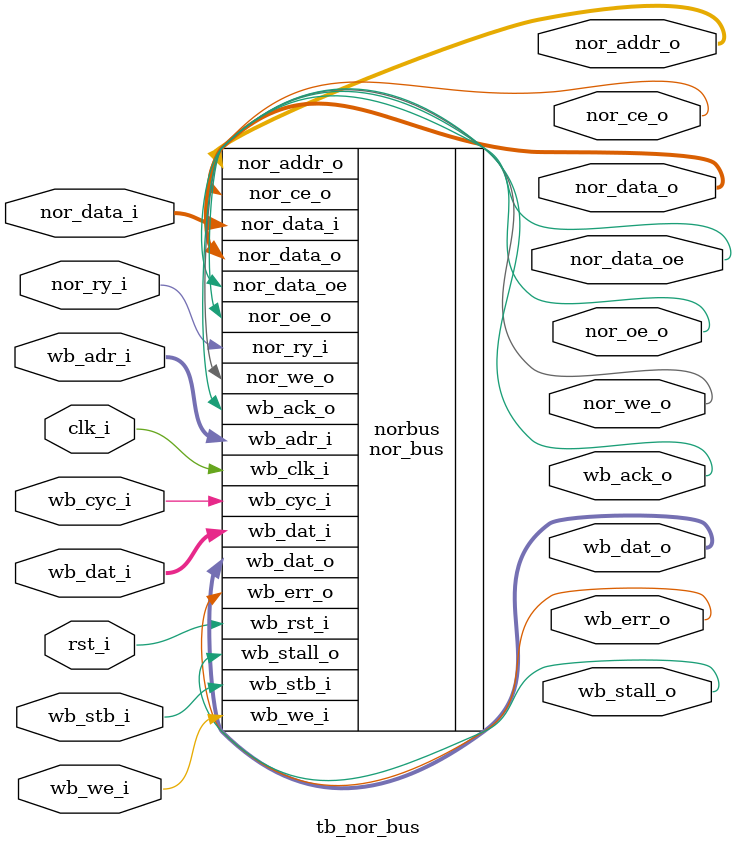
<source format=v>
/** tb_top.v
 *
 * Top-level testbench wrapper for cocotb
 *
 */

`default_nettype none
`timescale 1ns/100ps

module tb_nor_bus (
    input rst_i, clk_i,

    input  [25:0] wb_adr_i,
    input  [15:0] wb_dat_i,
    input         wb_we_i, wb_stb_i, wb_cyc_i,
    output        wb_ack_o,
    output [15:0] wb_dat_o,
    output        wb_stall_o,
    output        wb_err_o,

    input         nor_ry_i,
    input  [15:0] nor_data_i,
    output [15:0] nor_data_o,
    output [25:0] nor_addr_o,
    output        nor_ce_o, nor_we_o, nor_oe_o, nor_data_oe
);

`ifdef VERILATOR
    initial begin
        $dumpfile ("tb_nor_bus.vcd");
        //$dumpvars (0, tb_nor_bus);
    end
`else
    // dumps the trace to a vcd file that can be viewed with GTKWave
    //integer i;
    initial begin
        $dumpfile ("tb_nor_bus.vcd");
        $dumpvars (0, tb_nor_bus);
        //for (i = 0; i < 4; i = i + 1)
        //$dumpvars(1, tt2.cfg_buf[i]);
        #1;
    end
`endif // VERILATOR

    nor_bus #(.ADDRBITS(26), .DATABITS(16)) norbus (
        .wb_rst_i(rst_i), .wb_clk_i(clk_i),
        .wb_adr_i(wb_adr_i), .wb_dat_i(wb_dat_i),
        .wb_we_i(wb_we_i), .wb_stb_i(wb_stb_i), .wb_cyc_i(wb_cyc_i),
        .wb_err_o(wb_err_o),
        .wb_ack_o(wb_ack_o), .wb_dat_o(wb_dat_o), .wb_stall_o(wb_stall_o),

        .nor_ry_i(nor_ry_i), .nor_data_i(nor_data_i),
        .nor_data_o(nor_data_o), .nor_addr_o(nor_addr_o),
        .nor_ce_o(nor_ce_o), .nor_we_o(nor_we_o), .nor_oe_o(nor_oe_o),
        .nor_data_oe(nor_data_oe)
    );

endmodule

</source>
